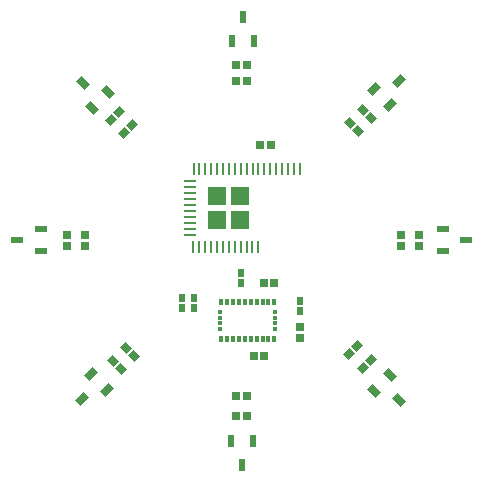
<source format=gtp>
G04 Layer_Color=7318015*
%FSLAX25Y25*%
%MOIN*%
G70*
G01*
G75*
G04:AMPARAMS|DCode=10|XSize=27.56mil|YSize=29.53mil|CornerRadius=0mil|HoleSize=0mil|Usage=FLASHONLY|Rotation=315.000|XOffset=0mil|YOffset=0mil|HoleType=Round|Shape=Rectangle|*
%AMROTATEDRECTD10*
4,1,4,-0.02018,-0.00070,0.00070,0.02018,0.02018,0.00070,-0.00070,-0.02018,-0.02018,-0.00070,0.0*
%
%ADD10ROTATEDRECTD10*%

G04:AMPARAMS|DCode=11|XSize=23.62mil|YSize=39.37mil|CornerRadius=0mil|HoleSize=0mil|Usage=FLASHONLY|Rotation=225.000|XOffset=0mil|YOffset=0mil|HoleType=Round|Shape=Rectangle|*
%AMROTATEDRECTD11*
4,1,4,-0.00557,0.02227,0.02227,-0.00557,0.00557,-0.02227,-0.02227,0.00557,-0.00557,0.02227,0.0*
%
%ADD11ROTATEDRECTD11*%

%ADD12R,0.02756X0.02953*%
%ADD13R,0.03937X0.02362*%
G04:AMPARAMS|DCode=14|XSize=27.56mil|YSize=29.53mil|CornerRadius=0mil|HoleSize=0mil|Usage=FLASHONLY|Rotation=45.000|XOffset=0mil|YOffset=0mil|HoleType=Round|Shape=Rectangle|*
%AMROTATEDRECTD14*
4,1,4,0.00070,-0.02018,-0.02018,0.00070,-0.00070,0.02018,0.02018,-0.00070,0.00070,-0.02018,0.0*
%
%ADD14ROTATEDRECTD14*%

G04:AMPARAMS|DCode=15|XSize=23.62mil|YSize=39.37mil|CornerRadius=0mil|HoleSize=0mil|Usage=FLASHONLY|Rotation=315.000|XOffset=0mil|YOffset=0mil|HoleType=Round|Shape=Rectangle|*
%AMROTATEDRECTD15*
4,1,4,-0.02227,-0.00557,0.00557,0.02227,0.02227,0.00557,-0.00557,-0.02227,-0.02227,-0.00557,0.0*
%
%ADD15ROTATEDRECTD15*%

%ADD16R,0.02953X0.02756*%
%ADD17R,0.02362X0.03937*%
%ADD18R,0.03937X0.00984*%
%ADD19R,0.00984X0.03937*%
%ADD20R,0.05906X0.05906*%
%ADD21R,0.02362X0.02559*%
%ADD22R,0.02677X0.02520*%
%ADD23R,0.02520X0.02677*%
%ADD24R,0.01181X0.02067*%
%ADD25R,0.01673X0.01181*%
D10*
X254472Y357622D02*
D03*
X251827Y354977D02*
D03*
X258803Y353291D02*
D03*
X256158Y350646D02*
D03*
X335685Y272300D02*
D03*
X338330Y274944D02*
D03*
X330961Y277024D02*
D03*
X333606Y279669D02*
D03*
D11*
X245415Y359138D02*
D03*
X250704Y364428D02*
D03*
X242492Y367351D02*
D03*
X344743Y269995D02*
D03*
X339453Y264706D02*
D03*
X347666Y261783D02*
D03*
D12*
X237008Y316831D02*
D03*
Y313090D02*
D03*
X242913Y316831D02*
D03*
Y313090D02*
D03*
X354331D02*
D03*
Y316831D02*
D03*
X348425Y313090D02*
D03*
Y316831D02*
D03*
D13*
X228346Y311221D02*
D03*
Y318701D02*
D03*
X220472Y314961D02*
D03*
X362205Y318701D02*
D03*
Y311221D02*
D03*
X370079Y314961D02*
D03*
D14*
X256552Y278881D02*
D03*
X259196Y276237D02*
D03*
X252221Y274551D02*
D03*
X254866Y271906D02*
D03*
X333999Y351434D02*
D03*
X331355Y354078D02*
D03*
X338330Y355764D02*
D03*
X335685Y358409D02*
D03*
D15*
X250310Y265100D02*
D03*
X245021Y270389D02*
D03*
X242098Y262177D02*
D03*
X339453Y365215D02*
D03*
X344743Y359926D02*
D03*
X347666Y368138D02*
D03*
D16*
X293406Y262992D02*
D03*
X297146D02*
D03*
X293406Y256299D02*
D03*
X297146D02*
D03*
X297047Y373228D02*
D03*
X293307D02*
D03*
X297047Y367913D02*
D03*
X293307D02*
D03*
D17*
X299016Y248031D02*
D03*
X291535D02*
D03*
X295276Y240158D02*
D03*
X291929Y381496D02*
D03*
X299409D02*
D03*
X295669Y389370D02*
D03*
D18*
X278031Y324705D02*
D03*
Y322736D02*
D03*
Y320768D02*
D03*
Y318799D02*
D03*
Y316831D02*
D03*
Y326673D02*
D03*
Y328642D02*
D03*
Y330610D02*
D03*
Y332579D02*
D03*
Y334567D02*
D03*
D19*
X279134Y312642D02*
D03*
X281102Y312697D02*
D03*
X283071D02*
D03*
X285039D02*
D03*
X287008D02*
D03*
X288976D02*
D03*
X290945D02*
D03*
X292913D02*
D03*
X294882D02*
D03*
X300787D02*
D03*
X298819D02*
D03*
X296850D02*
D03*
X296890Y338681D02*
D03*
X298858D02*
D03*
X300827D02*
D03*
X302795D02*
D03*
X304764D02*
D03*
X306732D02*
D03*
X308701D02*
D03*
X310669D02*
D03*
X312638D02*
D03*
X314606D02*
D03*
X294921D02*
D03*
X292953D02*
D03*
X290984D02*
D03*
X289016D02*
D03*
X287047D02*
D03*
X285079D02*
D03*
X283110D02*
D03*
X281142D02*
D03*
X279173D02*
D03*
D20*
X294724Y321752D02*
D03*
X286850D02*
D03*
Y329626D02*
D03*
X294724D02*
D03*
D21*
X314567Y291240D02*
D03*
Y294587D02*
D03*
X279429Y295571D02*
D03*
Y292224D02*
D03*
X275394Y295571D02*
D03*
Y292224D02*
D03*
X294882Y304035D02*
D03*
Y300689D02*
D03*
D22*
X301417Y346850D02*
D03*
X304882D02*
D03*
X299252Y276279D02*
D03*
X302716D02*
D03*
X306063Y300787D02*
D03*
X302598D02*
D03*
D23*
X314567Y282520D02*
D03*
Y285984D02*
D03*
D24*
X306102Y282037D02*
D03*
X304134D02*
D03*
X302165D02*
D03*
X300197D02*
D03*
X298228D02*
D03*
X296260D02*
D03*
X294291D02*
D03*
X292323D02*
D03*
X290354D02*
D03*
X288386D02*
D03*
Y294340D02*
D03*
X290354D02*
D03*
X292323D02*
D03*
X294291D02*
D03*
X296260D02*
D03*
X298228D02*
D03*
X300197D02*
D03*
X302165D02*
D03*
X304134D02*
D03*
X306102D02*
D03*
D25*
X306348Y291142D02*
D03*
Y289173D02*
D03*
Y287205D02*
D03*
Y285236D02*
D03*
X288140Y291142D02*
D03*
Y289173D02*
D03*
Y287205D02*
D03*
Y285236D02*
D03*
M02*

</source>
